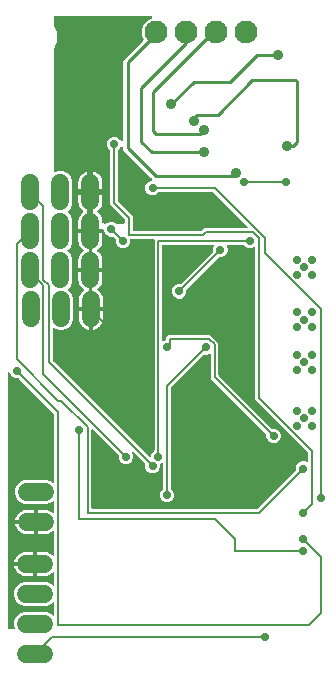
<source format=gbr>
G04 EAGLE Gerber RS-274X export*
G75*
%MOMM*%
%FSLAX34Y34*%
%LPD*%
%INBottom Copper*%
%IPPOS*%
%AMOC8*
5,1,8,0,0,1.08239X$1,22.5*%
G01*
%ADD10C,1.524000*%
%ADD11C,1.930400*%
%ADD12C,0.711200*%
%ADD13C,0.152400*%
%ADD14C,0.706400*%
%ADD15C,0.756400*%
%ADD16C,0.906400*%
%ADD17C,0.254000*%

G36*
X125756Y184332D02*
X125756Y184332D01*
X125808Y184333D01*
X125876Y184358D01*
X125946Y184373D01*
X125990Y184400D01*
X126039Y184418D01*
X126095Y184463D01*
X126157Y184500D01*
X126191Y184539D01*
X126231Y184572D01*
X126270Y184632D01*
X126317Y184686D01*
X126336Y184735D01*
X126364Y184779D01*
X126382Y184848D01*
X126409Y184915D01*
X126417Y184986D01*
X126425Y185017D01*
X126423Y185040D01*
X126427Y185081D01*
X126427Y186208D01*
X127352Y188440D01*
X128974Y190062D01*
X129027Y190136D01*
X129087Y190206D01*
X129099Y190236D01*
X129118Y190262D01*
X129145Y190349D01*
X129179Y190434D01*
X129183Y190475D01*
X129190Y190497D01*
X129189Y190529D01*
X129197Y190601D01*
X129197Y368436D01*
X129194Y368456D01*
X129196Y368475D01*
X129174Y368577D01*
X129158Y368679D01*
X129148Y368696D01*
X129144Y368716D01*
X129091Y368805D01*
X129042Y368896D01*
X129028Y368910D01*
X129018Y368927D01*
X128939Y368994D01*
X128864Y369066D01*
X128846Y369074D01*
X128831Y369087D01*
X128735Y369126D01*
X128641Y369169D01*
X128621Y369171D01*
X128603Y369179D01*
X128436Y369197D01*
X109334Y369197D01*
X109314Y369194D01*
X109295Y369196D01*
X109193Y369174D01*
X109091Y369158D01*
X109074Y369148D01*
X109054Y369144D01*
X108965Y369091D01*
X108874Y369042D01*
X108860Y369028D01*
X108843Y369018D01*
X108776Y368939D01*
X108704Y368864D01*
X108696Y368846D01*
X108683Y368831D01*
X108644Y368735D01*
X108601Y368641D01*
X108599Y368621D01*
X108591Y368603D01*
X108573Y368436D01*
X108573Y366292D01*
X107648Y364060D01*
X105940Y362352D01*
X103708Y361427D01*
X101292Y361427D01*
X99060Y362352D01*
X97352Y364060D01*
X96427Y366292D01*
X96427Y368587D01*
X96413Y368677D01*
X96405Y368768D01*
X96393Y368797D01*
X96388Y368829D01*
X96345Y368910D01*
X96309Y368994D01*
X96283Y369026D01*
X96272Y369047D01*
X96249Y369069D01*
X96204Y369125D01*
X94125Y371204D01*
X94051Y371257D01*
X93982Y371317D01*
X93951Y371329D01*
X93925Y371348D01*
X93838Y371375D01*
X93753Y371409D01*
X93712Y371413D01*
X93690Y371420D01*
X93658Y371419D01*
X93587Y371427D01*
X91292Y371427D01*
X89060Y372352D01*
X87352Y374060D01*
X86427Y376292D01*
X86427Y376682D01*
X86424Y376702D01*
X86426Y376721D01*
X86404Y376823D01*
X86388Y376925D01*
X86378Y376942D01*
X86374Y376962D01*
X86321Y377051D01*
X86272Y377142D01*
X86258Y377156D01*
X86248Y377173D01*
X86169Y377240D01*
X86094Y377311D01*
X86076Y377320D01*
X86061Y377333D01*
X85965Y377372D01*
X85871Y377415D01*
X85851Y377417D01*
X85833Y377425D01*
X85666Y377443D01*
X75692Y377443D01*
X75672Y377440D01*
X75653Y377442D01*
X75551Y377420D01*
X75449Y377403D01*
X75432Y377394D01*
X75412Y377390D01*
X75323Y377337D01*
X75232Y377288D01*
X75218Y377274D01*
X75201Y377264D01*
X75134Y377185D01*
X75063Y377110D01*
X75054Y377092D01*
X75041Y377077D01*
X75003Y376981D01*
X74959Y376887D01*
X74957Y376867D01*
X74949Y376849D01*
X74931Y376682D01*
X74931Y375919D01*
X74929Y375919D01*
X74929Y376682D01*
X74926Y376702D01*
X74928Y376721D01*
X74906Y376823D01*
X74889Y376925D01*
X74880Y376942D01*
X74876Y376962D01*
X74823Y377051D01*
X74774Y377142D01*
X74760Y377156D01*
X74750Y377173D01*
X74671Y377240D01*
X74596Y377311D01*
X74578Y377320D01*
X74563Y377333D01*
X74467Y377372D01*
X74373Y377415D01*
X74353Y377417D01*
X74335Y377425D01*
X74168Y377443D01*
X64769Y377443D01*
X64769Y384340D01*
X65019Y385919D01*
X65514Y387440D01*
X66240Y388865D01*
X66696Y389494D01*
X67180Y390159D01*
X68311Y391290D01*
X68466Y391403D01*
X68575Y391505D01*
X68698Y391620D01*
X68698Y391621D01*
X68797Y391777D01*
X68868Y391889D01*
X68869Y391889D01*
X68929Y392074D01*
X68967Y392191D01*
X68967Y392192D01*
X68978Y392363D01*
X68987Y392508D01*
X68987Y392509D01*
X68962Y392642D01*
X68928Y392821D01*
X68873Y392937D01*
X68793Y393109D01*
X68792Y393109D01*
X68695Y393228D01*
X68590Y393354D01*
X68590Y393355D01*
X68589Y393355D01*
X68466Y393457D01*
X68311Y393570D01*
X67180Y394701D01*
X66240Y395995D01*
X65514Y397420D01*
X65019Y398941D01*
X64769Y400520D01*
X64769Y406401D01*
X72391Y406401D01*
X72391Y383700D01*
X72406Y383582D01*
X72413Y383463D01*
X72426Y383425D01*
X72431Y383384D01*
X72474Y383274D01*
X72511Y383161D01*
X72533Y383126D01*
X72548Y383089D01*
X72618Y382993D01*
X72681Y382892D01*
X72711Y382864D01*
X72734Y382831D01*
X72826Y382756D01*
X72913Y382674D01*
X72948Y382654D01*
X72979Y382629D01*
X73087Y382578D01*
X73191Y382520D01*
X73231Y382510D01*
X73267Y382493D01*
X73384Y382471D01*
X73499Y382441D01*
X73560Y382437D01*
X73580Y382433D01*
X73600Y382435D01*
X73660Y382431D01*
X76200Y382431D01*
X76318Y382446D01*
X76437Y382453D01*
X76475Y382466D01*
X76515Y382471D01*
X76626Y382514D01*
X76739Y382551D01*
X76774Y382573D01*
X76811Y382588D01*
X76907Y382658D01*
X77008Y382721D01*
X77036Y382751D01*
X77069Y382774D01*
X77144Y382866D01*
X77226Y382953D01*
X77246Y382988D01*
X77271Y383019D01*
X77322Y383127D01*
X77380Y383231D01*
X77390Y383271D01*
X77407Y383307D01*
X77429Y383424D01*
X77459Y383539D01*
X77463Y383600D01*
X77467Y383620D01*
X77465Y383640D01*
X77469Y383700D01*
X77469Y406401D01*
X85091Y406401D01*
X85091Y400520D01*
X84841Y398941D01*
X84346Y397420D01*
X83620Y395995D01*
X82680Y394701D01*
X81549Y393570D01*
X81394Y393457D01*
X81256Y393327D01*
X81162Y393240D01*
X81162Y393239D01*
X81072Y393097D01*
X80992Y392971D01*
X80991Y392971D01*
X80943Y392821D01*
X80893Y392669D01*
X80893Y392668D01*
X80884Y392523D01*
X80873Y392351D01*
X80914Y392134D01*
X80932Y392039D01*
X80932Y392038D01*
X81019Y391854D01*
X81067Y391751D01*
X81068Y391751D01*
X81194Y391598D01*
X81270Y391506D01*
X81270Y391505D01*
X81271Y391505D01*
X81394Y391403D01*
X81549Y391290D01*
X82680Y390159D01*
X83620Y388865D01*
X84346Y387440D01*
X84841Y385919D01*
X85091Y384340D01*
X85091Y383700D01*
X85106Y383582D01*
X85113Y383463D01*
X85126Y383425D01*
X85131Y383384D01*
X85174Y383274D01*
X85211Y383161D01*
X85233Y383126D01*
X85248Y383089D01*
X85317Y382993D01*
X85381Y382892D01*
X85411Y382864D01*
X85434Y382831D01*
X85526Y382756D01*
X85613Y382674D01*
X85648Y382654D01*
X85679Y382629D01*
X85787Y382578D01*
X85891Y382520D01*
X85931Y382510D01*
X85967Y382493D01*
X86084Y382471D01*
X86199Y382441D01*
X86259Y382437D01*
X86279Y382433D01*
X86300Y382435D01*
X86360Y382431D01*
X88317Y382431D01*
X88415Y382443D01*
X88514Y382446D01*
X88572Y382463D01*
X88632Y382471D01*
X88724Y382507D01*
X88820Y382535D01*
X88872Y382565D01*
X88928Y382588D01*
X88947Y382601D01*
X91292Y383573D01*
X93708Y383573D01*
X96036Y382609D01*
X96037Y382608D01*
X96128Y382568D01*
X96215Y382520D01*
X96273Y382505D01*
X96329Y382481D01*
X96427Y382466D01*
X96522Y382441D01*
X96622Y382435D01*
X96643Y382431D01*
X96655Y382433D01*
X96683Y382431D01*
X102928Y382431D01*
X103046Y382446D01*
X103165Y382453D01*
X103203Y382466D01*
X103244Y382471D01*
X103354Y382514D01*
X103467Y382551D01*
X103502Y382573D01*
X103539Y382588D01*
X103635Y382658D01*
X103736Y382721D01*
X103764Y382751D01*
X103797Y382774D01*
X103873Y382866D01*
X103954Y382953D01*
X103974Y382988D01*
X103999Y383019D01*
X104050Y383127D01*
X104108Y383231D01*
X104118Y383271D01*
X104135Y383307D01*
X104157Y383424D01*
X104187Y383539D01*
X104191Y383600D01*
X104195Y383620D01*
X104193Y383640D01*
X104197Y383700D01*
X104197Y385606D01*
X104185Y385704D01*
X104182Y385803D01*
X104165Y385862D01*
X104157Y385922D01*
X104121Y386014D01*
X104093Y386109D01*
X104063Y386161D01*
X104040Y386217D01*
X103982Y386297D01*
X103932Y386383D01*
X103866Y386458D01*
X103854Y386475D01*
X103844Y386483D01*
X103826Y386504D01*
X94004Y396326D01*
X91697Y398632D01*
X91697Y444189D01*
X91685Y444287D01*
X91682Y444386D01*
X91665Y444444D01*
X91657Y444504D01*
X91621Y444596D01*
X91593Y444692D01*
X91563Y444744D01*
X91540Y444800D01*
X91482Y444880D01*
X91432Y444965D01*
X91366Y445041D01*
X91354Y445057D01*
X91344Y445065D01*
X91326Y445086D01*
X89852Y446560D01*
X88927Y448792D01*
X88927Y451208D01*
X89852Y453440D01*
X91560Y455148D01*
X93792Y456073D01*
X96208Y456073D01*
X98440Y455148D01*
X100148Y453440D01*
X100267Y453152D01*
X100302Y453091D01*
X100328Y453027D01*
X100380Y452954D01*
X100425Y452876D01*
X100474Y452826D01*
X100514Y452769D01*
X100584Y452712D01*
X100646Y452648D01*
X100706Y452611D01*
X100759Y452567D01*
X100841Y452528D01*
X100917Y452481D01*
X100984Y452461D01*
X101047Y452431D01*
X101135Y452414D01*
X101221Y452388D01*
X101291Y452384D01*
X101360Y452371D01*
X101449Y452377D01*
X101539Y452373D01*
X101607Y452387D01*
X101677Y452391D01*
X101762Y452419D01*
X101850Y452437D01*
X101913Y452468D01*
X101979Y452489D01*
X102055Y452537D01*
X102136Y452577D01*
X102189Y452622D01*
X102248Y452659D01*
X102310Y452725D01*
X102378Y452783D01*
X102418Y452840D01*
X102466Y452891D01*
X102509Y452969D01*
X102561Y453043D01*
X102586Y453108D01*
X102620Y453169D01*
X102642Y453256D01*
X102674Y453340D01*
X102682Y453410D01*
X102699Y453477D01*
X102709Y453638D01*
X102709Y520378D01*
X119512Y537181D01*
X119530Y537204D01*
X119552Y537224D01*
X119627Y537330D01*
X119707Y537432D01*
X119719Y537459D01*
X119736Y537484D01*
X119782Y537605D01*
X119833Y537724D01*
X119838Y537753D01*
X119848Y537781D01*
X119863Y537910D01*
X119883Y538038D01*
X119880Y538068D01*
X119884Y538097D01*
X119865Y538226D01*
X119853Y538355D01*
X119843Y538383D01*
X119839Y538412D01*
X119787Y538564D01*
X118457Y541775D01*
X118457Y546625D01*
X120313Y551107D01*
X123743Y554537D01*
X126618Y555727D01*
X126679Y555762D01*
X126744Y555788D01*
X126817Y555840D01*
X126895Y555885D01*
X126945Y555933D01*
X127001Y555974D01*
X127059Y556044D01*
X127123Y556106D01*
X127160Y556166D01*
X127204Y556219D01*
X127242Y556301D01*
X127289Y556377D01*
X127310Y556444D01*
X127340Y556507D01*
X127356Y556595D01*
X127383Y556681D01*
X127386Y556751D01*
X127399Y556820D01*
X127394Y556909D01*
X127398Y556999D01*
X127384Y557067D01*
X127380Y557137D01*
X127352Y557222D01*
X127334Y557310D01*
X127303Y557373D01*
X127282Y557439D01*
X127234Y557515D01*
X127194Y557596D01*
X127149Y557649D01*
X127111Y557708D01*
X127046Y557770D01*
X126988Y557838D01*
X126931Y557878D01*
X126880Y557926D01*
X126801Y557969D01*
X126728Y558021D01*
X126662Y558046D01*
X126601Y558080D01*
X126514Y558102D01*
X126430Y558134D01*
X126361Y558142D01*
X126293Y558159D01*
X126133Y558169D01*
X45400Y558169D01*
X45282Y558154D01*
X45163Y558147D01*
X45125Y558134D01*
X45084Y558129D01*
X44974Y558086D01*
X44861Y558049D01*
X44826Y558027D01*
X44789Y558012D01*
X44693Y557943D01*
X44592Y557879D01*
X44564Y557849D01*
X44531Y557826D01*
X44456Y557734D01*
X44374Y557647D01*
X44354Y557612D01*
X44329Y557581D01*
X44278Y557473D01*
X44220Y557369D01*
X44210Y557329D01*
X44193Y557293D01*
X44171Y557176D01*
X44141Y557061D01*
X44137Y557001D01*
X44133Y556981D01*
X44135Y556960D01*
X44131Y556900D01*
X44131Y550460D01*
X44132Y550451D01*
X44131Y550441D01*
X44152Y550293D01*
X44171Y550144D01*
X44174Y550136D01*
X44175Y550127D01*
X44227Y549974D01*
X46581Y544293D01*
X46581Y535707D01*
X44227Y530026D01*
X44225Y530017D01*
X44220Y530009D01*
X44183Y529864D01*
X44143Y529719D01*
X44143Y529710D01*
X44141Y529701D01*
X44131Y529540D01*
X44131Y427221D01*
X44137Y427172D01*
X44135Y427122D01*
X44157Y427015D01*
X44171Y426905D01*
X44189Y426859D01*
X44199Y426811D01*
X44247Y426712D01*
X44288Y426610D01*
X44317Y426570D01*
X44339Y426525D01*
X44410Y426441D01*
X44474Y426352D01*
X44513Y426321D01*
X44545Y426283D01*
X44635Y426220D01*
X44719Y426150D01*
X44764Y426128D01*
X44805Y426100D01*
X44908Y426061D01*
X45007Y426014D01*
X45056Y426005D01*
X45102Y425987D01*
X45212Y425975D01*
X45320Y425954D01*
X45369Y425957D01*
X45418Y425952D01*
X45527Y425967D01*
X45637Y425974D01*
X45684Y425989D01*
X45733Y425996D01*
X45886Y426048D01*
X47509Y426721D01*
X51551Y426721D01*
X55286Y425174D01*
X58144Y422316D01*
X59691Y418581D01*
X59691Y399299D01*
X58144Y395564D01*
X55907Y393327D01*
X55834Y393233D01*
X55755Y393144D01*
X55737Y393108D01*
X55712Y393076D01*
X55665Y392967D01*
X55611Y392861D01*
X55602Y392822D01*
X55586Y392784D01*
X55567Y392667D01*
X55541Y392551D01*
X55542Y392510D01*
X55536Y392470D01*
X55547Y392351D01*
X55551Y392233D01*
X55562Y392194D01*
X55566Y392154D01*
X55606Y392042D01*
X55639Y391927D01*
X55660Y391892D01*
X55673Y391854D01*
X55740Y391756D01*
X55801Y391653D01*
X55840Y391608D01*
X55852Y391591D01*
X55867Y391578D01*
X55907Y391532D01*
X58144Y389296D01*
X59691Y385561D01*
X59691Y366279D01*
X58144Y362544D01*
X55548Y359948D01*
X55536Y359932D01*
X55521Y359920D01*
X55464Y359832D01*
X55404Y359749D01*
X55398Y359730D01*
X55388Y359713D01*
X55362Y359612D01*
X55332Y359513D01*
X55332Y359494D01*
X55327Y359474D01*
X55336Y359371D01*
X55338Y359268D01*
X55345Y359249D01*
X55347Y359229D01*
X55387Y359134D01*
X55423Y359037D01*
X55435Y359021D01*
X55443Y359003D01*
X55548Y358872D01*
X58144Y356276D01*
X59691Y352541D01*
X59691Y333259D01*
X58144Y329524D01*
X55843Y327223D01*
X55831Y327207D01*
X55816Y327195D01*
X55759Y327107D01*
X55699Y327024D01*
X55693Y327005D01*
X55683Y326988D01*
X55657Y326887D01*
X55627Y326788D01*
X55627Y326769D01*
X55622Y326749D01*
X55631Y326646D01*
X55633Y326543D01*
X55640Y326524D01*
X55642Y326504D01*
X55682Y326409D01*
X55718Y326312D01*
X55730Y326296D01*
X55738Y326278D01*
X55843Y326147D01*
X58614Y323376D01*
X60161Y319641D01*
X60161Y300359D01*
X58614Y296624D01*
X55756Y293766D01*
X52021Y292219D01*
X47979Y292219D01*
X44355Y293720D01*
X44311Y293731D01*
X44269Y293750D01*
X44192Y293759D01*
X44116Y293776D01*
X44070Y293772D01*
X44025Y293777D01*
X43948Y293761D01*
X43871Y293753D01*
X43829Y293735D01*
X43784Y293725D01*
X43717Y293685D01*
X43646Y293653D01*
X43612Y293622D01*
X43573Y293599D01*
X43522Y293540D01*
X43465Y293487D01*
X43443Y293447D01*
X43413Y293412D01*
X43384Y293340D01*
X43347Y293271D01*
X43338Y293226D01*
X43321Y293184D01*
X43306Y293048D01*
X43303Y293029D01*
X43304Y293024D01*
X43303Y293017D01*
X43303Y266683D01*
X43317Y266593D01*
X43325Y266502D01*
X43337Y266473D01*
X43342Y266441D01*
X43385Y266360D01*
X43421Y266276D01*
X43447Y266244D01*
X43458Y266223D01*
X43481Y266201D01*
X43526Y266145D01*
X125128Y184543D01*
X125186Y184501D01*
X125238Y184452D01*
X125285Y184430D01*
X125327Y184399D01*
X125396Y184378D01*
X125461Y184348D01*
X125513Y184342D01*
X125563Y184327D01*
X125634Y184329D01*
X125705Y184321D01*
X125756Y184332D01*
G37*
G36*
X215907Y140817D02*
X215907Y140817D01*
X215998Y140825D01*
X216027Y140837D01*
X216059Y140842D01*
X216140Y140885D01*
X216224Y140921D01*
X216256Y140947D01*
X216277Y140958D01*
X216299Y140981D01*
X216355Y141026D01*
X248704Y173375D01*
X248757Y173449D01*
X248817Y173518D01*
X248829Y173549D01*
X248848Y173575D01*
X248875Y173662D01*
X248909Y173747D01*
X248913Y173788D01*
X248920Y173810D01*
X248919Y173842D01*
X248927Y173913D01*
X248927Y176208D01*
X249852Y178440D01*
X251560Y180148D01*
X253792Y181073D01*
X256208Y181073D01*
X258145Y180270D01*
X258189Y180260D01*
X258231Y180241D01*
X258308Y180232D01*
X258384Y180214D01*
X258430Y180219D01*
X258475Y180214D01*
X258552Y180230D01*
X258629Y180237D01*
X258671Y180256D01*
X258716Y180266D01*
X258783Y180306D01*
X258854Y180337D01*
X258888Y180368D01*
X258927Y180392D01*
X258978Y180451D01*
X259035Y180504D01*
X259057Y180544D01*
X259087Y180579D01*
X259116Y180651D01*
X259153Y180719D01*
X259162Y180764D01*
X259179Y180807D01*
X259194Y180943D01*
X259197Y180961D01*
X259196Y180966D01*
X259197Y180974D01*
X259197Y188317D01*
X259183Y188407D01*
X259175Y188498D01*
X259163Y188527D01*
X259158Y188559D01*
X259115Y188640D01*
X259079Y188724D01*
X259053Y188756D01*
X259042Y188777D01*
X259019Y188799D01*
X258974Y188855D01*
X214197Y233632D01*
X214197Y361526D01*
X214190Y361571D01*
X214192Y361617D01*
X214170Y361692D01*
X214158Y361769D01*
X214136Y361809D01*
X214123Y361854D01*
X214079Y361918D01*
X214042Y361986D01*
X214009Y362018D01*
X213983Y362056D01*
X213921Y362102D01*
X213864Y362156D01*
X213822Y362175D01*
X213786Y362202D01*
X213712Y362227D01*
X213641Y362259D01*
X213595Y362264D01*
X213552Y362279D01*
X213474Y362278D01*
X213397Y362286D01*
X213352Y362277D01*
X213306Y362276D01*
X213174Y362238D01*
X213156Y362234D01*
X213152Y362232D01*
X213145Y362230D01*
X211208Y361427D01*
X208792Y361427D01*
X206560Y362352D01*
X204938Y363974D01*
X204864Y364027D01*
X204794Y364087D01*
X204764Y364099D01*
X204738Y364118D01*
X204651Y364145D01*
X204566Y364179D01*
X204525Y364183D01*
X204503Y364190D01*
X204471Y364189D01*
X204399Y364197D01*
X190974Y364197D01*
X190929Y364190D01*
X190883Y364192D01*
X190808Y364170D01*
X190731Y364158D01*
X190691Y364136D01*
X190646Y364123D01*
X190582Y364079D01*
X190514Y364042D01*
X190482Y364009D01*
X190444Y363983D01*
X190398Y363921D01*
X190344Y363864D01*
X190325Y363822D01*
X190298Y363786D01*
X190273Y363712D01*
X190241Y363641D01*
X190236Y363595D01*
X190221Y363552D01*
X190222Y363474D01*
X190214Y363397D01*
X190223Y363352D01*
X190224Y363306D01*
X190262Y363174D01*
X190266Y363156D01*
X190268Y363152D01*
X190270Y363145D01*
X191073Y361208D01*
X191073Y358792D01*
X190148Y356560D01*
X188440Y354852D01*
X186208Y353927D01*
X183913Y353927D01*
X183823Y353913D01*
X183732Y353905D01*
X183703Y353893D01*
X183671Y353888D01*
X183590Y353845D01*
X183506Y353809D01*
X183474Y353783D01*
X183453Y353772D01*
X183431Y353749D01*
X183375Y353704D01*
X156296Y326625D01*
X156243Y326551D01*
X156183Y326482D01*
X156171Y326451D01*
X156152Y326425D01*
X156125Y326338D01*
X156091Y326253D01*
X156087Y326212D01*
X156080Y326190D01*
X156081Y326158D01*
X156073Y326087D01*
X156073Y323792D01*
X155148Y321560D01*
X153440Y319852D01*
X151208Y318927D01*
X148792Y318927D01*
X146560Y319852D01*
X144852Y321560D01*
X143927Y323792D01*
X143927Y326208D01*
X144852Y328440D01*
X146560Y330148D01*
X148792Y331073D01*
X151087Y331073D01*
X151177Y331087D01*
X151268Y331095D01*
X151297Y331107D01*
X151329Y331112D01*
X151410Y331155D01*
X151494Y331191D01*
X151526Y331217D01*
X151547Y331228D01*
X151569Y331251D01*
X151625Y331296D01*
X178704Y358375D01*
X178757Y358449D01*
X178817Y358518D01*
X178829Y358549D01*
X178848Y358575D01*
X178875Y358662D01*
X178909Y358747D01*
X178913Y358788D01*
X178920Y358810D01*
X178919Y358842D01*
X178927Y358913D01*
X178927Y361208D01*
X179730Y363145D01*
X179740Y363189D01*
X179759Y363231D01*
X179768Y363308D01*
X179786Y363384D01*
X179781Y363430D01*
X179786Y363475D01*
X179770Y363552D01*
X179763Y363629D01*
X179744Y363671D01*
X179734Y363716D01*
X179694Y363783D01*
X179663Y363854D01*
X179632Y363888D01*
X179608Y363927D01*
X179549Y363978D01*
X179496Y364035D01*
X179456Y364057D01*
X179421Y364087D01*
X179349Y364116D01*
X179281Y364153D01*
X179236Y364162D01*
X179193Y364179D01*
X179057Y364194D01*
X179039Y364197D01*
X179034Y364196D01*
X179026Y364197D01*
X136564Y364197D01*
X136544Y364194D01*
X136525Y364196D01*
X136423Y364174D01*
X136321Y364158D01*
X136304Y364148D01*
X136284Y364144D01*
X136195Y364091D01*
X136104Y364042D01*
X136090Y364028D01*
X136073Y364018D01*
X136006Y363939D01*
X135934Y363864D01*
X135926Y363846D01*
X135913Y363831D01*
X135874Y363735D01*
X135831Y363641D01*
X135829Y363621D01*
X135821Y363603D01*
X135803Y363436D01*
X135803Y283474D01*
X135810Y283429D01*
X135808Y283383D01*
X135830Y283308D01*
X135842Y283231D01*
X135864Y283191D01*
X135877Y283146D01*
X135921Y283082D01*
X135958Y283014D01*
X135991Y282982D01*
X136017Y282944D01*
X136079Y282898D01*
X136136Y282844D01*
X136178Y282825D01*
X136214Y282798D01*
X136288Y282773D01*
X136359Y282741D01*
X136405Y282736D01*
X136448Y282721D01*
X136526Y282722D01*
X136603Y282714D01*
X136648Y282723D01*
X136694Y282724D01*
X136826Y282762D01*
X136844Y282766D01*
X136848Y282768D01*
X136855Y282770D01*
X138727Y283546D01*
X138827Y283607D01*
X138927Y283667D01*
X138931Y283672D01*
X138936Y283676D01*
X139011Y283765D01*
X139087Y283854D01*
X139089Y283860D01*
X139093Y283865D01*
X139135Y283973D01*
X139179Y284083D01*
X139180Y284090D01*
X139181Y284095D01*
X139182Y284113D01*
X139197Y284249D01*
X139197Y286368D01*
X141132Y288303D01*
X176368Y288303D01*
X183303Y281368D01*
X183303Y254183D01*
X183317Y254093D01*
X183325Y254002D01*
X183337Y253973D01*
X183342Y253941D01*
X183385Y253860D01*
X183421Y253776D01*
X183447Y253744D01*
X183458Y253723D01*
X183481Y253701D01*
X183526Y253645D01*
X228375Y208796D01*
X228449Y208743D01*
X228518Y208683D01*
X228549Y208671D01*
X228575Y208652D01*
X228662Y208625D01*
X228747Y208591D01*
X228788Y208587D01*
X228810Y208580D01*
X228842Y208581D01*
X228913Y208573D01*
X231208Y208573D01*
X233440Y207648D01*
X235148Y205940D01*
X236073Y203708D01*
X236073Y201292D01*
X235148Y199060D01*
X233440Y197352D01*
X231208Y196427D01*
X228792Y196427D01*
X226560Y197352D01*
X224852Y199060D01*
X223927Y201292D01*
X223927Y203587D01*
X223913Y203677D01*
X223905Y203768D01*
X223893Y203797D01*
X223888Y203829D01*
X223845Y203910D01*
X223809Y203994D01*
X223783Y204026D01*
X223772Y204047D01*
X223749Y204069D01*
X223704Y204125D01*
X178855Y248974D01*
X176697Y251132D01*
X176697Y271526D01*
X176690Y271571D01*
X176692Y271617D01*
X176670Y271692D01*
X176658Y271769D01*
X176636Y271809D01*
X176623Y271854D01*
X176579Y271918D01*
X176542Y271986D01*
X176509Y272018D01*
X176483Y272056D01*
X176421Y272102D01*
X176364Y272156D01*
X176322Y272175D01*
X176286Y272202D01*
X176212Y272227D01*
X176141Y272259D01*
X176095Y272264D01*
X176052Y272279D01*
X175974Y272278D01*
X175897Y272286D01*
X175852Y272277D01*
X175806Y272276D01*
X175674Y272238D01*
X175656Y272234D01*
X175652Y272232D01*
X175645Y272230D01*
X173708Y271427D01*
X171413Y271427D01*
X171323Y271413D01*
X171232Y271405D01*
X171203Y271393D01*
X171171Y271388D01*
X171090Y271345D01*
X171006Y271309D01*
X170974Y271283D01*
X170953Y271272D01*
X170947Y271266D01*
X170946Y271265D01*
X170930Y271248D01*
X170875Y271204D01*
X143526Y243855D01*
X143473Y243781D01*
X143413Y243712D01*
X143401Y243681D01*
X143382Y243655D01*
X143355Y243568D01*
X143321Y243483D01*
X143317Y243442D01*
X143310Y243420D01*
X143311Y243388D01*
X143303Y243317D01*
X143303Y158101D01*
X143317Y158011D01*
X143325Y157920D01*
X143337Y157890D01*
X143342Y157858D01*
X143385Y157777D01*
X143421Y157693D01*
X143447Y157661D01*
X143458Y157641D01*
X143481Y157618D01*
X143526Y157562D01*
X145148Y155940D01*
X146073Y153708D01*
X146073Y151292D01*
X145148Y149060D01*
X143440Y147352D01*
X141208Y146427D01*
X138792Y146427D01*
X136560Y147352D01*
X134852Y149060D01*
X133927Y151292D01*
X133927Y153708D01*
X134852Y155940D01*
X136474Y157562D01*
X136527Y157636D01*
X136587Y157706D01*
X136599Y157736D01*
X136618Y157762D01*
X136645Y157849D01*
X136679Y157934D01*
X136683Y157975D01*
X136690Y157997D01*
X136689Y158029D01*
X136697Y158101D01*
X136697Y179026D01*
X136690Y179071D01*
X136692Y179117D01*
X136670Y179192D01*
X136658Y179269D01*
X136636Y179309D01*
X136623Y179354D01*
X136579Y179418D01*
X136542Y179486D01*
X136509Y179518D01*
X136483Y179556D01*
X136420Y179602D01*
X136364Y179656D01*
X136322Y179675D01*
X136286Y179702D01*
X136212Y179727D01*
X136141Y179759D01*
X136095Y179764D01*
X136052Y179779D01*
X135974Y179778D01*
X135897Y179786D01*
X135852Y179777D01*
X135806Y179776D01*
X135674Y179738D01*
X135656Y179734D01*
X135652Y179732D01*
X135645Y179730D01*
X134043Y179066D01*
X133943Y179004D01*
X133843Y178944D01*
X133839Y178940D01*
X133834Y178936D01*
X133759Y178847D01*
X133683Y178757D01*
X133681Y178752D01*
X133677Y178747D01*
X133635Y178639D01*
X133591Y178529D01*
X133590Y178522D01*
X133589Y178517D01*
X133588Y178499D01*
X133573Y178363D01*
X133573Y176292D01*
X132648Y174060D01*
X130940Y172352D01*
X128708Y171427D01*
X126292Y171427D01*
X124060Y172352D01*
X122352Y174060D01*
X121427Y176292D01*
X121427Y178587D01*
X121413Y178677D01*
X121405Y178768D01*
X121393Y178797D01*
X121388Y178829D01*
X121345Y178910D01*
X121309Y178994D01*
X121283Y179026D01*
X121272Y179047D01*
X121249Y179069D01*
X121204Y179125D01*
X111623Y188706D01*
X111544Y188763D01*
X111469Y188825D01*
X111445Y188834D01*
X111423Y188850D01*
X111330Y188878D01*
X111240Y188913D01*
X111213Y188914D01*
X111188Y188922D01*
X111091Y188919D01*
X110994Y188924D01*
X110969Y188916D01*
X110942Y188916D01*
X110851Y188882D01*
X110758Y188855D01*
X110736Y188840D01*
X110711Y188831D01*
X110635Y188770D01*
X110555Y188715D01*
X110540Y188694D01*
X110519Y188677D01*
X110467Y188596D01*
X110409Y188517D01*
X110401Y188493D01*
X110386Y188471D01*
X110363Y188376D01*
X110333Y188284D01*
X110333Y188257D01*
X110326Y188232D01*
X110334Y188135D01*
X110335Y188038D01*
X110344Y188006D01*
X110346Y187987D01*
X110358Y187957D01*
X110382Y187876D01*
X111073Y186208D01*
X111073Y183792D01*
X110148Y181560D01*
X108440Y179852D01*
X106208Y178927D01*
X103792Y178927D01*
X101560Y179852D01*
X99852Y181560D01*
X98927Y183792D01*
X98927Y186087D01*
X98913Y186177D01*
X98905Y186268D01*
X98893Y186297D01*
X98888Y186329D01*
X98845Y186410D01*
X98809Y186494D01*
X98783Y186526D01*
X98772Y186547D01*
X98749Y186569D01*
X98704Y186625D01*
X77102Y208227D01*
X77044Y208269D01*
X76992Y208318D01*
X76945Y208340D01*
X76903Y208371D01*
X76834Y208392D01*
X76769Y208422D01*
X76717Y208428D01*
X76667Y208443D01*
X76596Y208441D01*
X76525Y208449D01*
X76474Y208438D01*
X76422Y208437D01*
X76354Y208412D01*
X76284Y208397D01*
X76239Y208370D01*
X76191Y208352D01*
X76135Y208307D01*
X76073Y208270D01*
X76039Y208231D01*
X75999Y208198D01*
X75960Y208138D01*
X75913Y208084D01*
X75894Y208035D01*
X75866Y207991D01*
X75848Y207922D01*
X75821Y207855D01*
X75813Y207784D01*
X75805Y207753D01*
X75807Y207730D01*
X75803Y207689D01*
X75803Y141564D01*
X75806Y141544D01*
X75804Y141525D01*
X75826Y141423D01*
X75842Y141321D01*
X75852Y141304D01*
X75856Y141284D01*
X75909Y141195D01*
X75958Y141104D01*
X75972Y141090D01*
X75982Y141073D01*
X76061Y141006D01*
X76136Y140934D01*
X76154Y140926D01*
X76169Y140913D01*
X76265Y140874D01*
X76359Y140831D01*
X76379Y140829D01*
X76397Y140821D01*
X76564Y140803D01*
X215817Y140803D01*
X215907Y140817D01*
G37*
G36*
X10153Y39246D02*
X10153Y39246D01*
X10199Y39244D01*
X10274Y39266D01*
X10351Y39279D01*
X10391Y39300D01*
X10435Y39313D01*
X10499Y39357D01*
X10568Y39394D01*
X10600Y39427D01*
X10637Y39453D01*
X10684Y39515D01*
X10737Y39572D01*
X10757Y39614D01*
X10784Y39650D01*
X10808Y39724D01*
X10841Y39795D01*
X10846Y39841D01*
X10860Y39884D01*
X10860Y39962D01*
X10868Y40039D01*
X10858Y40084D01*
X10858Y40130D01*
X10820Y40262D01*
X10816Y40280D01*
X10813Y40284D01*
X10811Y40291D01*
X10319Y41479D01*
X10319Y45521D01*
X11866Y49256D01*
X14724Y52114D01*
X18459Y53661D01*
X37741Y53661D01*
X41476Y52114D01*
X42898Y50692D01*
X42956Y50650D01*
X43008Y50600D01*
X43055Y50579D01*
X43097Y50548D01*
X43166Y50527D01*
X43231Y50497D01*
X43283Y50491D01*
X43333Y50476D01*
X43404Y50478D01*
X43475Y50470D01*
X43526Y50481D01*
X43578Y50482D01*
X43646Y50507D01*
X43716Y50522D01*
X43761Y50549D01*
X43809Y50567D01*
X43865Y50611D01*
X43927Y50648D01*
X43961Y50688D01*
X44001Y50720D01*
X44040Y50781D01*
X44087Y50835D01*
X44106Y50883D01*
X44134Y50927D01*
X44152Y50997D01*
X44179Y51063D01*
X44187Y51135D01*
X44195Y51166D01*
X44193Y51189D01*
X44197Y51230D01*
X44197Y61170D01*
X44186Y61241D01*
X44184Y61312D01*
X44166Y61361D01*
X44158Y61413D01*
X44124Y61476D01*
X44099Y61543D01*
X44067Y61584D01*
X44042Y61630D01*
X43990Y61679D01*
X43946Y61735D01*
X43902Y61764D01*
X43864Y61800D01*
X43799Y61830D01*
X43739Y61868D01*
X43688Y61881D01*
X43641Y61903D01*
X43570Y61911D01*
X43500Y61929D01*
X43448Y61924D01*
X43397Y61930D01*
X43326Y61915D01*
X43255Y61909D01*
X43207Y61889D01*
X43156Y61878D01*
X43095Y61841D01*
X43029Y61813D01*
X42973Y61768D01*
X42945Y61752D01*
X42930Y61734D01*
X42898Y61708D01*
X41476Y60286D01*
X37741Y58739D01*
X18459Y58739D01*
X14724Y60286D01*
X11866Y63144D01*
X10319Y66879D01*
X10319Y70921D01*
X11866Y74656D01*
X14724Y77514D01*
X18459Y79061D01*
X37741Y79061D01*
X41476Y77514D01*
X42898Y76092D01*
X42956Y76050D01*
X43008Y76000D01*
X43055Y75979D01*
X43097Y75948D01*
X43166Y75927D01*
X43231Y75897D01*
X43283Y75891D01*
X43333Y75876D01*
X43404Y75878D01*
X43475Y75870D01*
X43526Y75881D01*
X43578Y75882D01*
X43646Y75907D01*
X43716Y75922D01*
X43761Y75949D01*
X43809Y75967D01*
X43865Y76011D01*
X43927Y76048D01*
X43961Y76088D01*
X44001Y76120D01*
X44040Y76181D01*
X44087Y76235D01*
X44106Y76283D01*
X44134Y76327D01*
X44152Y76397D01*
X44179Y76463D01*
X44187Y76535D01*
X44195Y76566D01*
X44193Y76589D01*
X44197Y76630D01*
X44197Y86570D01*
X44186Y86641D01*
X44184Y86712D01*
X44166Y86761D01*
X44158Y86813D01*
X44124Y86876D01*
X44099Y86943D01*
X44067Y86984D01*
X44042Y87030D01*
X43991Y87079D01*
X43946Y87135D01*
X43902Y87164D01*
X43864Y87200D01*
X43799Y87230D01*
X43739Y87268D01*
X43688Y87281D01*
X43641Y87303D01*
X43570Y87311D01*
X43500Y87329D01*
X43448Y87324D01*
X43397Y87330D01*
X43326Y87315D01*
X43255Y87309D01*
X43207Y87289D01*
X43156Y87278D01*
X43095Y87241D01*
X43029Y87213D01*
X42973Y87168D01*
X42945Y87152D01*
X42930Y87134D01*
X42898Y87108D01*
X42339Y86550D01*
X41045Y85610D01*
X39620Y84884D01*
X38099Y84389D01*
X36520Y84139D01*
X29623Y84139D01*
X29623Y93538D01*
X29620Y93558D01*
X29622Y93577D01*
X29600Y93679D01*
X29583Y93781D01*
X29574Y93798D01*
X29570Y93818D01*
X29517Y93907D01*
X29468Y93998D01*
X29454Y94012D01*
X29444Y94029D01*
X29365Y94096D01*
X29290Y94167D01*
X29272Y94176D01*
X29257Y94189D01*
X29161Y94227D01*
X29067Y94271D01*
X29047Y94273D01*
X29029Y94281D01*
X28862Y94299D01*
X28099Y94299D01*
X28099Y94301D01*
X28862Y94301D01*
X28882Y94304D01*
X28901Y94302D01*
X29003Y94324D01*
X29105Y94341D01*
X29122Y94350D01*
X29142Y94354D01*
X29231Y94407D01*
X29322Y94456D01*
X29336Y94470D01*
X29353Y94480D01*
X29420Y94559D01*
X29491Y94634D01*
X29500Y94652D01*
X29513Y94667D01*
X29552Y94763D01*
X29595Y94857D01*
X29597Y94877D01*
X29605Y94895D01*
X29623Y95062D01*
X29623Y104461D01*
X36520Y104461D01*
X38099Y104211D01*
X39620Y103716D01*
X41045Y102990D01*
X42339Y102050D01*
X42898Y101492D01*
X42956Y101450D01*
X43008Y101400D01*
X43055Y101379D01*
X43097Y101348D01*
X43166Y101327D01*
X43231Y101297D01*
X43283Y101291D01*
X43333Y101276D01*
X43404Y101278D01*
X43475Y101270D01*
X43526Y101281D01*
X43578Y101282D01*
X43646Y101307D01*
X43716Y101322D01*
X43761Y101349D01*
X43809Y101367D01*
X43865Y101411D01*
X43927Y101448D01*
X43961Y101488D01*
X44001Y101520D01*
X44040Y101581D01*
X44087Y101635D01*
X44106Y101683D01*
X44134Y101727D01*
X44152Y101797D01*
X44179Y101863D01*
X44187Y101935D01*
X44195Y101966D01*
X44193Y101989D01*
X44197Y102030D01*
X44197Y121488D01*
X44195Y121500D01*
X44197Y121512D01*
X44175Y121621D01*
X44158Y121731D01*
X44152Y121741D01*
X44150Y121753D01*
X44094Y121850D01*
X44042Y121948D01*
X44034Y121956D01*
X44028Y121967D01*
X43945Y122041D01*
X43864Y122117D01*
X43853Y122123D01*
X43844Y122130D01*
X43742Y122174D01*
X43641Y122221D01*
X43629Y122222D01*
X43618Y122227D01*
X43507Y122236D01*
X43397Y122248D01*
X43385Y122246D01*
X43373Y122247D01*
X43265Y122220D01*
X43156Y122196D01*
X43146Y122190D01*
X43134Y122187D01*
X42989Y122104D01*
X41675Y121150D01*
X40250Y120424D01*
X38729Y119929D01*
X37150Y119679D01*
X30253Y119679D01*
X30253Y129078D01*
X30251Y129093D01*
X30252Y129106D01*
X30251Y129110D01*
X30252Y129117D01*
X30230Y129219D01*
X30213Y129321D01*
X30204Y129338D01*
X30200Y129358D01*
X30147Y129447D01*
X30098Y129538D01*
X30084Y129552D01*
X30074Y129569D01*
X29995Y129636D01*
X29920Y129707D01*
X29902Y129716D01*
X29887Y129729D01*
X29791Y129767D01*
X29697Y129811D01*
X29677Y129813D01*
X29659Y129821D01*
X29492Y129839D01*
X28729Y129839D01*
X28729Y129841D01*
X29492Y129841D01*
X29512Y129844D01*
X29531Y129842D01*
X29633Y129864D01*
X29735Y129881D01*
X29752Y129890D01*
X29772Y129894D01*
X29861Y129947D01*
X29952Y129996D01*
X29966Y130010D01*
X29983Y130020D01*
X30050Y130099D01*
X30121Y130174D01*
X30130Y130192D01*
X30143Y130207D01*
X30182Y130303D01*
X30225Y130397D01*
X30227Y130417D01*
X30235Y130435D01*
X30253Y130602D01*
X30253Y140001D01*
X37150Y140001D01*
X38729Y139751D01*
X40250Y139256D01*
X41675Y138530D01*
X42989Y137576D01*
X42999Y137571D01*
X43008Y137563D01*
X43022Y137556D01*
X43028Y137550D01*
X43070Y137534D01*
X43108Y137516D01*
X43208Y137466D01*
X43220Y137464D01*
X43231Y137459D01*
X43341Y137447D01*
X43452Y137431D01*
X43464Y137433D01*
X43475Y137432D01*
X43584Y137455D01*
X43694Y137476D01*
X43704Y137481D01*
X43716Y137484D01*
X43812Y137541D01*
X43909Y137595D01*
X43917Y137604D01*
X43927Y137610D01*
X43999Y137695D01*
X44074Y137777D01*
X44079Y137788D01*
X44087Y137797D01*
X44129Y137901D01*
X44173Y138002D01*
X44174Y138014D01*
X44179Y138025D01*
X44197Y138192D01*
X44197Y146880D01*
X44186Y146951D01*
X44184Y147022D01*
X44166Y147071D01*
X44158Y147123D01*
X44124Y147186D01*
X44099Y147253D01*
X44067Y147294D01*
X44042Y147340D01*
X43990Y147389D01*
X43946Y147445D01*
X43902Y147474D01*
X43864Y147510D01*
X43799Y147540D01*
X43739Y147578D01*
X43688Y147591D01*
X43641Y147613D01*
X43570Y147621D01*
X43500Y147639D01*
X43448Y147634D01*
X43397Y147640D01*
X43326Y147625D01*
X43255Y147619D01*
X43207Y147599D01*
X43156Y147588D01*
X43095Y147551D01*
X43029Y147523D01*
X42973Y147478D01*
X42945Y147462D01*
X42930Y147444D01*
X42898Y147418D01*
X42106Y146626D01*
X38371Y145079D01*
X19089Y145079D01*
X15354Y146626D01*
X12496Y149484D01*
X10949Y153219D01*
X10949Y157261D01*
X12496Y160996D01*
X15354Y163854D01*
X19089Y165401D01*
X38371Y165401D01*
X42106Y163854D01*
X42898Y163062D01*
X42956Y163020D01*
X43008Y162970D01*
X43055Y162949D01*
X43097Y162918D01*
X43166Y162897D01*
X43231Y162867D01*
X43283Y162861D01*
X43333Y162846D01*
X43404Y162848D01*
X43475Y162840D01*
X43526Y162851D01*
X43578Y162852D01*
X43646Y162877D01*
X43716Y162892D01*
X43761Y162919D01*
X43809Y162937D01*
X43865Y162981D01*
X43927Y163018D01*
X43961Y163058D01*
X44001Y163090D01*
X44040Y163151D01*
X44087Y163205D01*
X44106Y163253D01*
X44134Y163297D01*
X44152Y163367D01*
X44179Y163433D01*
X44187Y163505D01*
X44195Y163536D01*
X44193Y163559D01*
X44197Y163600D01*
X44197Y220817D01*
X44183Y220907D01*
X44175Y220998D01*
X44163Y221027D01*
X44158Y221059D01*
X44115Y221140D01*
X44079Y221224D01*
X44053Y221256D01*
X44042Y221277D01*
X44019Y221299D01*
X43974Y221355D01*
X14125Y251204D01*
X14051Y251257D01*
X13982Y251317D01*
X13951Y251329D01*
X13925Y251348D01*
X13838Y251375D01*
X13753Y251409D01*
X13712Y251413D01*
X13690Y251420D01*
X13658Y251419D01*
X13587Y251427D01*
X11292Y251427D01*
X9060Y252352D01*
X7352Y254060D01*
X6545Y256007D01*
X6494Y256090D01*
X6448Y256176D01*
X6430Y256194D01*
X6416Y256216D01*
X6340Y256278D01*
X6270Y256345D01*
X6246Y256356D01*
X6226Y256373D01*
X6135Y256408D01*
X6047Y256449D01*
X6021Y256452D01*
X5997Y256461D01*
X5899Y256465D01*
X5803Y256476D01*
X5777Y256471D01*
X5751Y256472D01*
X5657Y256445D01*
X5562Y256424D01*
X5540Y256410D01*
X5515Y256403D01*
X5435Y256348D01*
X5351Y256298D01*
X5334Y256278D01*
X5313Y256263D01*
X5254Y256185D01*
X5191Y256111D01*
X5181Y256086D01*
X5166Y256065D01*
X5136Y255973D01*
X5099Y255883D01*
X5096Y255850D01*
X5090Y255832D01*
X5090Y255799D01*
X5081Y255716D01*
X5081Y40000D01*
X5084Y39980D01*
X5082Y39961D01*
X5104Y39859D01*
X5120Y39757D01*
X5130Y39740D01*
X5134Y39720D01*
X5187Y39631D01*
X5236Y39540D01*
X5250Y39526D01*
X5260Y39509D01*
X5339Y39442D01*
X5414Y39371D01*
X5432Y39362D01*
X5447Y39349D01*
X5543Y39310D01*
X5637Y39267D01*
X5657Y39265D01*
X5675Y39257D01*
X5842Y39239D01*
X10108Y39239D01*
X10153Y39246D01*
G37*
G36*
X110806Y376544D02*
X110806Y376544D01*
X110804Y376525D01*
X110826Y376423D01*
X110842Y376321D01*
X110852Y376304D01*
X110856Y376284D01*
X110909Y376195D01*
X110958Y376104D01*
X110972Y376090D01*
X110982Y376073D01*
X111061Y376006D01*
X111136Y375934D01*
X111154Y375926D01*
X111169Y375913D01*
X111265Y375874D01*
X111359Y375831D01*
X111379Y375829D01*
X111397Y375821D01*
X111564Y375803D01*
X168317Y375803D01*
X168407Y375817D01*
X168498Y375825D01*
X168527Y375837D01*
X168559Y375842D01*
X168640Y375885D01*
X168724Y375921D01*
X168756Y375947D01*
X168777Y375958D01*
X168799Y375981D01*
X168855Y376026D01*
X171132Y378303D01*
X207689Y378303D01*
X207759Y378314D01*
X207831Y378316D01*
X207880Y378334D01*
X207931Y378342D01*
X207995Y378376D01*
X208062Y378401D01*
X208103Y378433D01*
X208149Y378458D01*
X208198Y378509D01*
X208254Y378554D01*
X208282Y378598D01*
X208318Y378636D01*
X208348Y378701D01*
X208387Y378761D01*
X208400Y378812D01*
X208422Y378859D01*
X208430Y378930D01*
X208447Y379000D01*
X208443Y379052D01*
X208449Y379103D01*
X208434Y379174D01*
X208428Y379245D01*
X208408Y379293D01*
X208397Y379344D01*
X208360Y379405D01*
X208332Y379471D01*
X208287Y379527D01*
X208270Y379555D01*
X208253Y379570D01*
X208227Y379602D01*
X203232Y384598D01*
X179004Y408826D01*
X178925Y408886D01*
X178853Y408954D01*
X178800Y408983D01*
X178752Y409020D01*
X178661Y409060D01*
X178575Y409108D01*
X178516Y409123D01*
X178461Y409147D01*
X178363Y409162D01*
X178267Y409187D01*
X178167Y409193D01*
X178146Y409197D01*
X178134Y409195D01*
X178106Y409197D01*
X133311Y409197D01*
X133213Y409185D01*
X133114Y409182D01*
X133056Y409165D01*
X132996Y409157D01*
X132904Y409121D01*
X132808Y409093D01*
X132756Y409063D01*
X132700Y409040D01*
X132620Y408982D01*
X132535Y408932D01*
X132459Y408866D01*
X132443Y408854D01*
X132435Y408844D01*
X132414Y408826D01*
X130940Y407352D01*
X128708Y406427D01*
X126292Y406427D01*
X124060Y407352D01*
X122352Y409060D01*
X121427Y411292D01*
X121427Y413708D01*
X122352Y415940D01*
X124060Y417648D01*
X126429Y418630D01*
X126472Y418654D01*
X126519Y418671D01*
X126610Y418733D01*
X126706Y418787D01*
X126741Y418822D01*
X126782Y418850D01*
X126855Y418932D01*
X126934Y419008D01*
X126960Y419051D01*
X126993Y419088D01*
X127043Y419186D01*
X127100Y419280D01*
X127115Y419327D01*
X127137Y419371D01*
X127162Y419479D01*
X127194Y419583D01*
X127196Y419633D01*
X127207Y419682D01*
X127204Y419791D01*
X127209Y419901D01*
X127199Y419950D01*
X127197Y420000D01*
X127167Y420105D01*
X127145Y420213D01*
X127123Y420257D01*
X127109Y420305D01*
X127053Y420400D01*
X127005Y420498D01*
X126973Y420536D01*
X126947Y420579D01*
X126841Y420700D01*
X126468Y421073D01*
X102709Y444832D01*
X102709Y446362D01*
X102701Y446431D01*
X102702Y446501D01*
X102681Y446588D01*
X102669Y446678D01*
X102644Y446743D01*
X102627Y446810D01*
X102585Y446890D01*
X102552Y446973D01*
X102511Y447030D01*
X102479Y447092D01*
X102418Y447158D01*
X102366Y447231D01*
X102312Y447275D01*
X102265Y447327D01*
X102190Y447376D01*
X102121Y447433D01*
X102057Y447463D01*
X101999Y447502D01*
X101914Y447531D01*
X101833Y447569D01*
X101764Y447582D01*
X101698Y447605D01*
X101609Y447612D01*
X101521Y447629D01*
X101451Y447624D01*
X101381Y447630D01*
X101293Y447615D01*
X101203Y447609D01*
X101137Y447587D01*
X101068Y447576D01*
X100986Y447539D01*
X100901Y447511D01*
X100842Y447474D01*
X100778Y447445D01*
X100708Y447389D01*
X100632Y447341D01*
X100584Y447290D01*
X100530Y447246D01*
X100475Y447175D01*
X100414Y447109D01*
X100380Y447048D01*
X100338Y446992D01*
X100267Y446848D01*
X100148Y446560D01*
X98674Y445086D01*
X98614Y445008D01*
X98546Y444936D01*
X98517Y444883D01*
X98480Y444835D01*
X98440Y444744D01*
X98392Y444657D01*
X98377Y444599D01*
X98353Y444543D01*
X98338Y444445D01*
X98313Y444350D01*
X98307Y444249D01*
X98303Y444229D01*
X98305Y444217D01*
X98303Y444189D01*
X98303Y401894D01*
X98315Y401796D01*
X98318Y401697D01*
X98335Y401638D01*
X98343Y401578D01*
X98379Y401486D01*
X98407Y401391D01*
X98437Y401339D01*
X98460Y401283D01*
X98518Y401202D01*
X98568Y401117D01*
X98634Y401042D01*
X98646Y401025D01*
X98656Y401017D01*
X98674Y400996D01*
X110803Y388868D01*
X110803Y376564D01*
X110806Y376544D01*
G37*
%LPC*%
G36*
X76923Y311523D02*
X76923Y311523D01*
X76923Y324417D01*
X76910Y324495D01*
X76907Y324575D01*
X76891Y324616D01*
X76883Y324660D01*
X76846Y324730D01*
X76817Y324804D01*
X76789Y324838D01*
X76768Y324877D01*
X76711Y324932D01*
X76660Y324993D01*
X76622Y325016D01*
X76590Y325047D01*
X76518Y325080D01*
X76453Y325120D01*
X76453Y341377D01*
X85091Y341377D01*
X85091Y334480D01*
X84841Y332901D01*
X84346Y331380D01*
X83620Y329955D01*
X82680Y328661D01*
X81549Y327530D01*
X81146Y327237D01*
X81135Y327225D01*
X81121Y327218D01*
X81048Y327138D01*
X80973Y327062D01*
X80966Y327047D01*
X80955Y327036D01*
X80912Y326937D01*
X80864Y326841D01*
X80862Y326825D01*
X80856Y326810D01*
X80846Y326703D01*
X80832Y326597D01*
X80835Y326581D01*
X80834Y326566D01*
X80859Y326461D01*
X80880Y326356D01*
X80887Y326342D01*
X80891Y326326D01*
X80948Y326236D01*
X81001Y326142D01*
X81013Y326131D01*
X81022Y326118D01*
X81146Y326005D01*
X82019Y325370D01*
X83150Y324239D01*
X84090Y322945D01*
X84816Y321520D01*
X85311Y319999D01*
X85561Y318420D01*
X85561Y311523D01*
X76923Y311523D01*
G37*
%LPD*%
%LPC*%
G36*
X65239Y311523D02*
X65239Y311523D01*
X65239Y318420D01*
X65489Y319999D01*
X65984Y321520D01*
X66710Y322945D01*
X67650Y324239D01*
X68781Y325370D01*
X69184Y325663D01*
X69195Y325675D01*
X69209Y325682D01*
X69282Y325762D01*
X69357Y325838D01*
X69364Y325853D01*
X69375Y325864D01*
X69418Y325963D01*
X69466Y326059D01*
X69468Y326075D01*
X69474Y326090D01*
X69484Y326197D01*
X69498Y326303D01*
X69495Y326319D01*
X69496Y326334D01*
X69471Y326439D01*
X69450Y326544D01*
X69443Y326558D01*
X69439Y326574D01*
X69382Y326664D01*
X69329Y326758D01*
X69317Y326769D01*
X69308Y326782D01*
X69184Y326895D01*
X68311Y327530D01*
X67180Y328661D01*
X66240Y329955D01*
X65514Y331380D01*
X65019Y332901D01*
X64769Y334480D01*
X64769Y341377D01*
X73407Y341377D01*
X73407Y328483D01*
X73408Y328476D01*
X73408Y328474D01*
X73409Y328467D01*
X73420Y328405D01*
X73423Y328325D01*
X73439Y328284D01*
X73447Y328240D01*
X73484Y328170D01*
X73513Y328096D01*
X73541Y328062D01*
X73562Y328023D01*
X73619Y327968D01*
X73670Y327907D01*
X73708Y327884D01*
X73740Y327853D01*
X73812Y327820D01*
X73877Y327780D01*
X73877Y311523D01*
X65239Y311523D01*
G37*
%LPD*%
%LPC*%
G36*
X76453Y344423D02*
X76453Y344423D01*
X76453Y374397D01*
X85091Y374397D01*
X85091Y367500D01*
X84841Y365921D01*
X84346Y364400D01*
X83620Y362975D01*
X82680Y361681D01*
X81549Y360550D01*
X80828Y360026D01*
X80817Y360015D01*
X80803Y360007D01*
X80731Y359927D01*
X80655Y359851D01*
X80648Y359837D01*
X80637Y359825D01*
X80594Y359727D01*
X80547Y359630D01*
X80545Y359614D01*
X80538Y359600D01*
X80529Y359493D01*
X80515Y359386D01*
X80518Y359371D01*
X80516Y359355D01*
X80541Y359250D01*
X80562Y359145D01*
X80570Y359131D01*
X80574Y359116D01*
X80631Y359025D01*
X80684Y358931D01*
X80696Y358921D01*
X80704Y358907D01*
X80828Y358794D01*
X81549Y358270D01*
X82680Y357139D01*
X83620Y355845D01*
X84346Y354420D01*
X84841Y352899D01*
X85091Y351320D01*
X85091Y344423D01*
X76453Y344423D01*
G37*
%LPD*%
%LPC*%
G36*
X64769Y344423D02*
X64769Y344423D01*
X64769Y351320D01*
X65019Y352899D01*
X65514Y354420D01*
X66240Y355845D01*
X67180Y357139D01*
X68311Y358270D01*
X69032Y358794D01*
X69043Y358806D01*
X69057Y358813D01*
X69129Y358893D01*
X69205Y358969D01*
X69212Y358983D01*
X69223Y358995D01*
X69266Y359093D01*
X69313Y359190D01*
X69315Y359206D01*
X69322Y359220D01*
X69331Y359327D01*
X69345Y359434D01*
X69342Y359449D01*
X69344Y359465D01*
X69319Y359570D01*
X69298Y359675D01*
X69290Y359689D01*
X69286Y359704D01*
X69229Y359796D01*
X69176Y359889D01*
X69164Y359899D01*
X69156Y359913D01*
X69032Y360026D01*
X68311Y360550D01*
X67180Y361681D01*
X66240Y362975D01*
X65514Y364400D01*
X65019Y365921D01*
X64769Y367500D01*
X64769Y374397D01*
X73407Y374397D01*
X73407Y344423D01*
X64769Y344423D01*
G37*
%LPD*%
%LPC*%
G36*
X11064Y131363D02*
X11064Y131363D01*
X11199Y132219D01*
X11694Y133740D01*
X12420Y135165D01*
X13360Y136459D01*
X14491Y137590D01*
X15785Y138530D01*
X17210Y139256D01*
X18731Y139751D01*
X20310Y140001D01*
X27207Y140001D01*
X27207Y131363D01*
X11064Y131363D01*
G37*
%LPD*%
%LPC*%
G36*
X10434Y95823D02*
X10434Y95823D01*
X10569Y96679D01*
X11064Y98200D01*
X11790Y99625D01*
X12730Y100919D01*
X13861Y102050D01*
X15155Y102990D01*
X16580Y103716D01*
X18101Y104211D01*
X19680Y104461D01*
X26577Y104461D01*
X26577Y95823D01*
X10434Y95823D01*
G37*
%LPD*%
%LPC*%
G36*
X76923Y308477D02*
X76923Y308477D01*
X85561Y308477D01*
X85561Y301580D01*
X85311Y300001D01*
X84816Y298480D01*
X84090Y297055D01*
X83150Y295761D01*
X82019Y294630D01*
X80725Y293690D01*
X79300Y292964D01*
X77779Y292469D01*
X76923Y292334D01*
X76923Y308477D01*
G37*
%LPD*%
%LPC*%
G36*
X73021Y292469D02*
X73021Y292469D01*
X71500Y292964D01*
X70075Y293690D01*
X68781Y294630D01*
X67650Y295761D01*
X66710Y297055D01*
X65984Y298480D01*
X65489Y300001D01*
X65239Y301580D01*
X65239Y308477D01*
X73877Y308477D01*
X73877Y292334D01*
X73021Y292469D01*
G37*
%LPD*%
%LPC*%
G36*
X20310Y119679D02*
X20310Y119679D01*
X18731Y119929D01*
X17210Y120424D01*
X15785Y121150D01*
X14491Y122090D01*
X13360Y123221D01*
X12420Y124515D01*
X11694Y125940D01*
X11199Y127461D01*
X11064Y128317D01*
X27207Y128317D01*
X27207Y119679D01*
X20310Y119679D01*
G37*
%LPD*%
%LPC*%
G36*
X19680Y84139D02*
X19680Y84139D01*
X18101Y84389D01*
X16580Y84884D01*
X15155Y85610D01*
X13861Y86550D01*
X12730Y87681D01*
X11790Y88975D01*
X11064Y90400D01*
X10569Y91921D01*
X10434Y92777D01*
X26577Y92777D01*
X26577Y84139D01*
X19680Y84139D01*
G37*
%LPD*%
%LPC*%
G36*
X77469Y411479D02*
X77469Y411479D01*
X77469Y426419D01*
X78830Y425976D01*
X80255Y425250D01*
X81549Y424310D01*
X82680Y423179D01*
X83620Y421885D01*
X84346Y420460D01*
X84841Y418939D01*
X85091Y417360D01*
X85091Y411479D01*
X77469Y411479D01*
G37*
%LPD*%
%LPC*%
G36*
X64769Y411479D02*
X64769Y411479D01*
X64769Y417360D01*
X65019Y418939D01*
X65514Y420460D01*
X66240Y421885D01*
X67180Y423179D01*
X68311Y424310D01*
X69605Y425250D01*
X71030Y425976D01*
X72391Y426419D01*
X72391Y411479D01*
X64769Y411479D01*
G37*
%LPD*%
%LPC*%
G36*
X74929Y408939D02*
X74929Y408939D01*
X74929Y408941D01*
X74931Y408941D01*
X74931Y408939D01*
X74929Y408939D01*
G37*
%LPD*%
%LPC*%
G36*
X74929Y342899D02*
X74929Y342899D01*
X74929Y342901D01*
X74931Y342901D01*
X74931Y342899D01*
X74929Y342899D01*
G37*
%LPD*%
%LPC*%
G36*
X75399Y309999D02*
X75399Y309999D01*
X75399Y310001D01*
X75401Y310001D01*
X75401Y309999D01*
X75399Y309999D01*
G37*
%LPD*%
D10*
X35720Y18100D02*
X20480Y18100D01*
X20480Y43500D02*
X35720Y43500D01*
X35720Y68900D02*
X20480Y68900D01*
X20480Y94300D02*
X35720Y94300D01*
D11*
X130650Y544200D03*
X156050Y544200D03*
X181450Y544200D03*
X206850Y544200D03*
D10*
X36350Y129840D02*
X21110Y129840D01*
X21110Y155240D02*
X36350Y155240D01*
D12*
X249650Y271270D03*
X262350Y271270D03*
X249650Y258570D03*
X262350Y258570D03*
X256000Y264920D03*
X262350Y339250D03*
X249650Y339250D03*
X262350Y351950D03*
X249650Y351950D03*
X256000Y345600D03*
X249650Y307500D03*
X262350Y307500D03*
X249650Y294800D03*
X262350Y294800D03*
X256000Y301150D03*
X249650Y223970D03*
X262350Y223970D03*
X249650Y211270D03*
X262350Y211270D03*
X256000Y217620D03*
D10*
X24130Y368300D02*
X24130Y383540D01*
X49530Y383540D02*
X49530Y368300D01*
X74930Y368300D02*
X74930Y383540D01*
X24130Y401320D02*
X24130Y416560D01*
X49530Y416560D02*
X49530Y401320D01*
X74930Y401320D02*
X74930Y416560D01*
X24130Y350520D02*
X24130Y335280D01*
X49530Y335280D02*
X49530Y350520D01*
X74930Y350520D02*
X74930Y335280D01*
X24600Y317620D02*
X24600Y302380D01*
X50000Y302380D02*
X50000Y317620D01*
X75400Y317620D02*
X75400Y302380D01*
D13*
X200406Y220980D02*
X200406Y195072D01*
X200406Y184404D01*
X200406Y220980D02*
X191262Y230124D01*
X198882Y243840D02*
X236982Y205740D01*
X236982Y199644D01*
X232410Y195072D01*
X200406Y195072D01*
X200406Y184404D02*
X200406Y144780D01*
X199644Y382524D02*
X189644Y392524D01*
X185166Y392524D01*
X124968Y259842D02*
X124968Y237744D01*
X107061Y277749D02*
X75438Y309372D01*
X107061Y277749D02*
X113919Y270891D01*
X124968Y259842D01*
X75438Y309372D02*
X75400Y310000D01*
X113919Y270891D02*
X113538Y270510D01*
X107061Y277749D02*
X114300Y284988D01*
X75400Y310000D02*
X74676Y310896D01*
D14*
X200406Y184404D03*
X191262Y230124D03*
X198882Y243840D03*
X200406Y144780D03*
X199644Y382524D03*
X185166Y392524D03*
X124968Y237744D03*
X113538Y270510D03*
X114300Y284988D03*
D15*
X183000Y303000D03*
X199000Y347000D03*
X142000Y347000D03*
D14*
X140000Y277500D03*
D13*
X180000Y252500D02*
X230000Y202500D01*
X180000Y252500D02*
X180000Y280000D01*
X175000Y285000D01*
X142500Y285000D01*
X142500Y277500D01*
X140000Y277500D01*
D14*
X230000Y202500D03*
D13*
X39953Y30047D02*
X28194Y18288D01*
X39953Y30047D02*
X41148Y31242D01*
X28194Y18288D02*
X28100Y18100D01*
X40000Y30000D02*
X42500Y32500D01*
X222500Y32500D01*
X40000Y30000D02*
X39953Y30047D01*
D14*
X222500Y32500D03*
D16*
X171290Y442600D03*
D17*
X126840Y442600D01*
X117950Y451490D01*
X117950Y497210D01*
X156050Y535310D01*
X156050Y544200D01*
D16*
X197960Y424820D03*
D17*
X130650Y542930D02*
X130650Y544200D01*
X130650Y542930D02*
X106520Y518800D01*
X106520Y446410D01*
X130650Y422280D01*
X195420Y422280D01*
X197960Y424820D01*
D16*
X171290Y461650D03*
D17*
X167480Y457840D02*
X130650Y457840D01*
X167480Y457840D02*
X171290Y461650D01*
X128110Y493400D02*
X178910Y544200D01*
X181450Y544200D01*
X128110Y460380D02*
X130650Y457840D01*
X128110Y460380D02*
X128110Y493400D01*
D16*
X143350Y483240D03*
X233520Y525150D03*
D17*
X162400Y502290D02*
X143350Y483240D01*
X162400Y502290D02*
X192880Y502290D01*
X215740Y525150D01*
X233520Y525150D01*
D13*
X233934Y524256D01*
X132500Y367500D02*
X132500Y185000D01*
X132500Y367500D02*
X210000Y367500D01*
D14*
X132500Y185000D03*
X210000Y367500D03*
D16*
X162400Y469270D03*
D17*
X162400Y471810D01*
X164940Y474350D01*
X182720Y474350D01*
X211930Y503560D01*
X248760Y503560D01*
X250030Y502290D01*
X250030Y451490D01*
X246220Y447680D01*
X241140Y447680D01*
D16*
X241140Y447680D03*
D13*
X185000Y360000D02*
X150000Y325000D01*
D14*
X150000Y325000D03*
X185000Y360000D03*
D13*
X204978Y417576D02*
X240792Y417576D01*
D14*
X240792Y417576D03*
X204978Y417576D03*
D13*
X35000Y255000D02*
X105000Y185000D01*
X35000Y255000D02*
X35000Y330000D01*
X25000Y340000D01*
X25000Y342500D01*
X24130Y342900D01*
D14*
X105000Y185000D03*
D13*
X47500Y232500D02*
X12500Y267500D01*
X12500Y365000D01*
X22500Y375000D01*
X24130Y375920D01*
X255000Y175000D02*
X217500Y137500D01*
X72500Y137500D01*
X72500Y210000D01*
X50000Y232500D01*
X47500Y232500D01*
D14*
X255000Y175000D03*
D13*
X127500Y177500D02*
X40000Y265000D01*
X40000Y330000D01*
X35000Y335000D01*
X35000Y397500D01*
X25000Y407500D01*
X24130Y408940D01*
D14*
X127500Y177500D03*
D13*
X140000Y245000D02*
X172500Y277500D01*
X140000Y245000D02*
X140000Y152500D01*
D14*
X172500Y277500D03*
X140000Y152500D03*
D13*
X270000Y150000D02*
X270000Y310000D01*
X222500Y357500D01*
X222500Y370000D01*
X180000Y412500D01*
X127500Y412500D01*
D14*
X270000Y150000D03*
X127500Y412500D03*
D13*
X92500Y377500D02*
X102500Y367500D01*
D14*
X102500Y367500D03*
X92500Y377500D03*
D13*
X262500Y145000D02*
X255000Y137500D01*
X262500Y145000D02*
X262500Y190000D01*
X217500Y235000D01*
X217500Y370000D01*
X212500Y375000D01*
X172500Y375000D01*
X170000Y372500D01*
X107500Y372500D01*
X107500Y387500D01*
X95000Y400000D01*
X95000Y450000D01*
D14*
X255000Y137500D03*
X95000Y450000D03*
D13*
X197500Y105000D02*
X255000Y105000D01*
X197500Y105000D02*
X197500Y115000D01*
X180000Y132500D01*
X65000Y132500D01*
X65000Y207500D01*
D14*
X255000Y105000D03*
X65000Y207500D03*
D13*
X255000Y115000D02*
X270000Y100000D01*
X270000Y52500D01*
X260000Y42500D01*
X47500Y42500D01*
X47500Y222500D01*
X12500Y257500D01*
D14*
X255000Y115000D03*
X12500Y257500D03*
M02*

</source>
